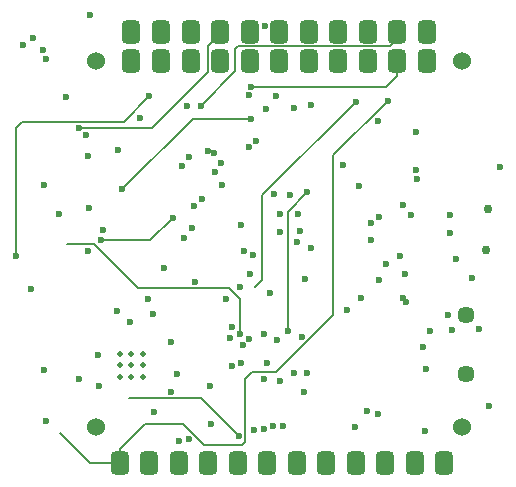
<source format=gbr>
%TF.GenerationSoftware,Altium Limited,Altium Designer,23.4.1 (23)*%
G04 Layer_Physical_Order=4*
G04 Layer_Color=16440176*
%FSLAX45Y45*%
%MOMM*%
%TF.SameCoordinates,2ABB9494-C5B4-4C01-9411-B7C80C6C87EF*%
%TF.FilePolarity,Positive*%
%TF.FileFunction,Copper,L4,Inr,Signal*%
%TF.Part,Single*%
G01*
G75*
%TA.AperFunction,Conductor*%
%ADD46C,0.15000*%
%TA.AperFunction,ViaPad*%
G04:AMPARAMS|DCode=47|XSize=1.524mm|YSize=2mm|CornerRadius=0.381mm|HoleSize=0mm|Usage=FLASHONLY|Rotation=0.000|XOffset=0mm|YOffset=0mm|HoleType=Round|Shape=RoundedRectangle|*
%AMROUNDEDRECTD47*
21,1,1.52400,1.23800,0,0,0.0*
21,1,0.76200,2.00000,0,0,0.0*
1,1,0.76200,0.38100,-0.61900*
1,1,0.76200,-0.38100,-0.61900*
1,1,0.76200,-0.38100,0.61900*
1,1,0.76200,0.38100,0.61900*
%
%ADD47ROUNDEDRECTD47*%
%TA.AperFunction,ComponentPad*%
%ADD48C,1.45000*%
%ADD49C,0.75000*%
%TA.AperFunction,ViaPad*%
%ADD50C,1.52400*%
%ADD51C,0.60000*%
%ADD52C,0.50000*%
D46*
X1627760Y3649600D02*
X1653160Y3675000D01*
X2936500D01*
X3000000Y3738500D01*
X1627760Y3464180D02*
Y3649600D01*
X493884Y2034160D02*
X909509D01*
X2074800Y1264337D02*
Y2275460D01*
X2239900Y2440560D01*
X3000000Y3428620D02*
Y3550002D01*
X2906020Y3334640D02*
X3000000Y3428620D01*
X1758910Y3334640D02*
X2906020D01*
X1858062Y2414078D02*
X2650064Y3206080D01*
X1858062Y1697229D02*
Y2414078D01*
X1797915Y1637082D02*
X1858062Y1697229D01*
X728600Y695580D02*
Y702143D01*
Y695580D02*
X1338200D01*
X1658240Y375540D01*
X909509Y2034160D02*
X1098424Y2223075D01*
X672720Y2468500D02*
X1268350Y3064130D01*
X1766190D01*
X1666673Y1244322D02*
Y1539724D01*
X1577798Y1628598D02*
X1666673Y1539724D01*
X802692Y1628598D02*
X1577798D01*
X431288Y2000002D02*
X802692Y1628598D01*
X200001Y2000002D02*
X431288D01*
X1335660Y3172080D02*
X1627760Y3464180D01*
X3000000Y3738500D02*
Y3799998D01*
X-228980Y1900800D02*
Y2981580D01*
X-173100Y3037460D01*
X682880D01*
X901320Y3255900D01*
X309500Y2981580D02*
X921640D01*
X1398398Y3458338D01*
Y3675000D01*
X1499998Y3776600D01*
Y3799998D01*
X144999Y400000D02*
X395001Y149998D01*
X650002D01*
Y263922D01*
X868300Y482220D01*
X1187735D01*
X1367237Y302718D01*
X1689990D01*
X1710742Y323470D01*
Y855600D01*
X1771702Y916560D01*
X1975740D01*
X2458340Y1399160D01*
Y2755520D01*
X2918080Y3215260D01*
D47*
X3250002Y3550002D02*
D03*
X3000000D02*
D03*
X2749998D02*
D03*
X2500001D02*
D03*
X2249999D02*
D03*
X2000002D02*
D03*
X1750000D02*
D03*
X1499998D02*
D03*
X1250001D02*
D03*
X899999Y149998D02*
D03*
X1650000D02*
D03*
X3399999D02*
D03*
X3150002D02*
D03*
X2900000D02*
D03*
X2649998D02*
D03*
X2400001D02*
D03*
X2149999D02*
D03*
X650002D02*
D03*
X1900002D02*
D03*
X1150001D02*
D03*
X1399998D02*
D03*
X750002Y3799998D02*
D03*
X999999D02*
D03*
X1250001D02*
D03*
X1499998D02*
D03*
X999999Y3550002D02*
D03*
X750002D02*
D03*
X2000002Y3799998D02*
D03*
X1750000D02*
D03*
X2249999D02*
D03*
X2500001D02*
D03*
X2749998D02*
D03*
X3000000D02*
D03*
X3250002D02*
D03*
D48*
X3579999Y899999D02*
D03*
Y1399998D02*
D03*
D49*
X3770001Y2300001D02*
D03*
X3750001Y1950000D02*
D03*
D50*
X450003Y3550002D02*
D03*
X3550002D02*
D03*
Y450003D02*
D03*
X450003D02*
D03*
D51*
X472060Y799720D02*
D03*
X1422020Y474600D02*
D03*
X1180720Y2659838D02*
D03*
X1335660Y3172080D02*
D03*
X380178Y2749998D02*
D03*
X3448940Y2093916D02*
D03*
X2572640Y1444880D02*
D03*
X24802Y500000D02*
D03*
X1676020Y2161160D02*
D03*
X1975740Y3253360D02*
D03*
X1899540Y997840D02*
D03*
X1658240Y375540D02*
D03*
X1277240Y2321180D02*
D03*
X931800Y1411860D02*
D03*
X2029080Y459360D02*
D03*
X2074800Y1264337D02*
D03*
X2239900Y2440560D02*
D03*
X1758910Y3334640D02*
D03*
X1869060Y860680D02*
D03*
X388240Y2303400D02*
D03*
X1239140Y2737740D02*
D03*
X1952880Y2427860D02*
D03*
X1945260Y459360D02*
D03*
X3634360Y1711580D02*
D03*
X12320Y2501520D02*
D03*
X2006220Y2104726D02*
D03*
X3690240Y1279998D02*
D03*
X3466502Y1272160D02*
D03*
X2643760Y450003D02*
D03*
X2178940Y2115440D02*
D03*
X378080Y1942720D02*
D03*
X1452500Y2768936D02*
D03*
X3166177Y2552320D02*
D03*
X1401700Y2791080D02*
D03*
X1750158Y1744122D02*
D03*
X2778380Y2176400D02*
D03*
X2127302Y909062D02*
D03*
X3494660Y1871600D02*
D03*
X1597280Y1300100D02*
D03*
X1546480Y1533780D02*
D03*
X1460120Y2610740D02*
D03*
X1513460Y2504060D02*
D03*
X1869060Y1241680D02*
D03*
X1670940Y1640460D02*
D03*
X3220340Y1127380D02*
D03*
X1780160Y1907160D02*
D03*
X2650064Y3206080D02*
D03*
X3428620Y1399160D02*
D03*
X1701420Y1942720D02*
D03*
X493884Y2034160D02*
D03*
X1028320Y1803020D02*
D03*
X2847554Y2234104D02*
D03*
X634620Y2801240D02*
D03*
X1264540Y2140840D02*
D03*
X1886840Y3149220D02*
D03*
X2006220Y2257680D02*
D03*
X2005666Y2104726D02*
D03*
X2267840Y3182240D02*
D03*
X2697100Y1541400D02*
D03*
X2148460Y2018920D02*
D03*
X2156080Y2252600D02*
D03*
X2095120Y2415160D02*
D03*
X1350900Y2384680D02*
D03*
X2191640Y1218820D02*
D03*
X1743762Y3260142D02*
D03*
X1086740Y1170560D02*
D03*
X1234060Y347600D02*
D03*
X464440Y1061340D02*
D03*
X362840Y2923160D02*
D03*
X-168020Y3685160D02*
D03*
X820040Y3070480D02*
D03*
X1790320Y431420D02*
D03*
X1747140Y1195960D02*
D03*
X672720Y2468500D02*
D03*
X1766190Y3064130D02*
D03*
X1666673Y1244322D02*
D03*
X-86740Y3743580D02*
D03*
X2836800Y566040D02*
D03*
X2006962Y842900D02*
D03*
X139320Y2257680D02*
D03*
X27560Y3570860D02*
D03*
X395860Y3939160D02*
D03*
X2849200Y1694120D02*
D03*
X1193420Y2051940D02*
D03*
X1604900Y972440D02*
D03*
X2742820Y591440D02*
D03*
X1137540Y900797D02*
D03*
X1510920Y2686940D02*
D03*
X3159380Y2630201D02*
D03*
X1098424Y2223075D02*
D03*
X3448940Y2244980D02*
D03*
X3159380Y2951100D02*
D03*
X3045080Y1541400D02*
D03*
X3078100Y1510920D02*
D03*
X1081660Y748920D02*
D03*
X3065400Y1747140D02*
D03*
X2267840Y1965580D02*
D03*
X2679320Y2491360D02*
D03*
X2129898Y3150002D02*
D03*
X2834260Y3040000D02*
D03*
X3019680Y1904620D02*
D03*
X2234820Y914020D02*
D03*
X2907920Y1836040D02*
D03*
X1876680Y3847720D02*
D03*
X2778380Y2034160D02*
D03*
X1742060Y2826640D02*
D03*
X4700Y3647060D02*
D03*
X1582040Y1206958D02*
D03*
X736997Y1345043D02*
D03*
X1871600Y433960D02*
D03*
X625004Y1437260D02*
D03*
X1691260Y1145160D02*
D03*
X2219580Y1703960D02*
D03*
X1289940Y1681100D02*
D03*
X-228980Y1900800D02*
D03*
X901320Y3255900D02*
D03*
X9780Y931800D02*
D03*
X197740Y3250820D02*
D03*
X309500Y858140D02*
D03*
Y2981580D02*
D03*
X2542160Y2671700D02*
D03*
X1922400Y1584580D02*
D03*
X-104520Y1617600D02*
D03*
X1222899Y3169540D02*
D03*
X1803020Y2877333D02*
D03*
X3245740Y944500D02*
D03*
X3874019Y2656724D02*
D03*
X3119238Y2247022D02*
D03*
X505080Y2123060D02*
D03*
X944500Y578740D02*
D03*
X886080Y1533780D02*
D03*
X1150001Y337440D02*
D03*
X1985900Y1188340D02*
D03*
X3774060Y634620D02*
D03*
X1414400Y797180D02*
D03*
X3050003Y2331000D02*
D03*
X1678560Y997840D02*
D03*
X3281300Y1269620D02*
D03*
X2918080Y3215260D02*
D03*
X2211960Y746380D02*
D03*
X3235580Y416180D02*
D03*
D52*
X850002Y875001D02*
D03*
X750002D02*
D03*
X650002D02*
D03*
X850002Y975000D02*
D03*
X750002D02*
D03*
X650002D02*
D03*
X850002Y1075000D02*
D03*
X750002D02*
D03*
X650002D02*
D03*
%TF.MD5,6ac2626d666b7e2ecdb7d796eebaf849*%
M02*

</source>
